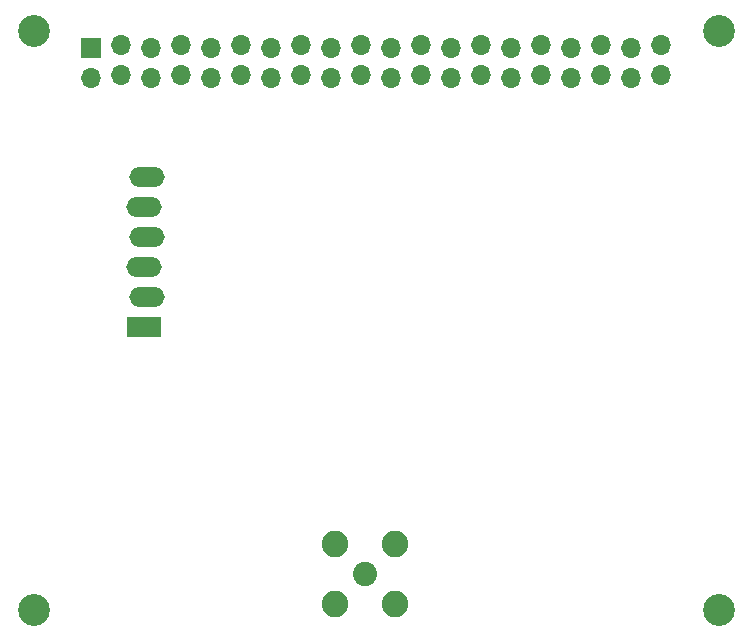
<source format=gbs>
G04 #@! TF.GenerationSoftware,KiCad,Pcbnew,(5.1.0)-1*
G04 #@! TF.CreationDate,2019-06-07T11:38:14-04:00*
G04 #@! TF.ProjectId,PiHat_AX5043_JZK,50694861-745f-4415-9835-3034335f4a5a,rev?*
G04 #@! TF.SameCoordinates,Original*
G04 #@! TF.FileFunction,Soldermask,Bot*
G04 #@! TF.FilePolarity,Negative*
%FSLAX46Y46*%
G04 Gerber Fmt 4.6, Leading zero omitted, Abs format (unit mm)*
G04 Created by KiCad (PCBNEW (5.1.0)-1) date 2019-06-07 11:38:14*
%MOMM*%
%LPD*%
G04 APERTURE LIST*
%ADD10C,2.700000*%
%ADD11O,3.000000X1.700000*%
%ADD12R,3.000000X1.700000*%
%ADD13C,2.250000*%
%ADD14C,2.050000*%
%ADD15O,1.700000X1.700000*%
%ADD16R,1.700000X1.700000*%
G04 APERTURE END LIST*
D10*
X261500000Y-146500000D03*
X203500000Y-146500000D03*
X261500000Y-97500000D03*
X203500000Y-97500000D03*
D11*
X212800000Y-117480000D03*
X213054000Y-109860000D03*
X213054000Y-114940000D03*
X212800000Y-112400000D03*
D12*
X212800000Y-122560000D03*
D11*
X213054000Y-120020000D03*
D13*
X229000000Y-145980000D03*
X229000000Y-140900000D03*
X234080000Y-140900000D03*
X234080000Y-145980000D03*
D14*
X231540000Y-143440000D03*
D15*
X256630000Y-101183000D03*
X256630000Y-98643000D03*
X210910000Y-98643000D03*
X246470000Y-98643000D03*
X221070000Y-98643000D03*
X226150000Y-101183000D03*
X231230000Y-101183000D03*
X218530000Y-98897000D03*
X251550000Y-101183000D03*
X246470000Y-101183000D03*
X231230000Y-98643000D03*
X236310000Y-98643000D03*
X238850000Y-101437000D03*
X208370000Y-101437000D03*
X241390000Y-98643000D03*
X243930000Y-98897000D03*
X254090000Y-101437000D03*
X254090000Y-98897000D03*
X233770000Y-101437000D03*
X251550000Y-98643000D03*
D16*
X208370000Y-98897000D03*
D15*
X223610000Y-101437000D03*
X249010000Y-98897000D03*
X213450000Y-98897000D03*
X218530000Y-101437000D03*
X210910000Y-101183000D03*
X223610000Y-98897000D03*
X236310000Y-101183000D03*
X226150000Y-98643000D03*
X249010000Y-101437000D03*
X238850000Y-98897000D03*
X243930000Y-101437000D03*
X228690000Y-98897000D03*
X233770000Y-98897000D03*
X215990000Y-98643000D03*
X228690000Y-101437000D03*
X241390000Y-101183000D03*
X213450000Y-101437000D03*
X221070000Y-101183000D03*
X215990000Y-101183000D03*
M02*

</source>
